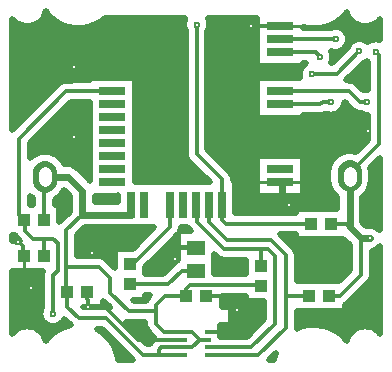
<source format=gbr>
G04 DipTrace 3.2.0.1*
G04 Âåðõíèé.gbr*
%MOIN*%
G04 #@! TF.FileFunction,Copper,L1,Top*
G04 #@! TF.Part,Single*
%AMOUTLINE3*
4,1,16,
-0.041319,-0.011881,
-0.037196,-0.02981,
-0.025701,-0.044175,
-0.009112,-0.052129,
0.009286,-0.052097,
0.025848,-0.044088,
0.037294,-0.029685,
0.041358,-0.011741,
0.041319,0.011881,
0.037196,0.02981,
0.025701,0.044175,
0.009112,0.052129,
-0.009286,0.052097,
-0.025848,0.044088,
-0.037294,0.029685,
-0.041358,0.011741,
-0.041319,-0.011881,
0*%
%ADD15C,0.011811*%
%ADD30C,0.043307*%
G04 #@! TA.AperFunction,CopperBalancing*
%ADD10C,0.009843*%
G04 #@! TA.AperFunction,ViaPad*
%ADD16C,0.023622*%
G04 #@! TA.AperFunction,Conductor*
%ADD17C,0.015748*%
G04 #@! TA.AperFunction,CopperBalancing*
%ADD18C,0.019685*%
%ADD20R,0.043307X0.03937*%
%ADD21R,0.03937X0.043307*%
%ADD23R,0.059055X0.051181*%
%ADD24R,0.027559X0.090551*%
%ADD25R,0.090551X0.027559*%
%ADD27R,0.019685X0.01378*%
G04 #@! TA.AperFunction,ComponentPad*
%ADD51OUTLINE3*%
%FSLAX26Y26*%
G04*
G70*
G90*
G75*
G01*
G04 Top*
%LPD*%
X-70953Y-275587D2*
D15*
Y-245198D1*
X-60950Y-235196D1*
X-732D1*
Y-239613D1*
X40354Y-519083D2*
X101386D1*
X133542Y-486927D1*
Y-445369D1*
X134858D1*
X32358Y-400140D2*
X103597D1*
X132877Y-429420D1*
Y-445369D1*
X-40354Y-544673D2*
X-193312D1*
X-303748Y-434238D1*
X-361773D1*
X-362551Y-384189D1*
X572268Y150862D2*
D17*
X513654D1*
X415593Y52802D1*
Y-29026D1*
X348434Y-96185D1*
X308379D1*
D16*
X284178Y-71984D1*
Y-19685D1*
D17*
X279528D1*
X308764Y-95143D2*
D15*
X308379Y-96185D1*
X279528Y500000D2*
X184039D1*
X183711Y499672D1*
X-593178Y-218672D2*
X-591433D1*
X-577243Y-232862D1*
Y-264928D1*
X-575685Y-266486D1*
X-279528Y283465D2*
X-433302D1*
X-590583Y126184D1*
Y-128911D1*
X-575299Y-144194D1*
X-508756Y-266486D2*
Y-208273D1*
X-544852D1*
X-570601Y-182524D1*
Y-148892D1*
X-575299Y-144194D1*
X-477537Y-457311D2*
Y-329789D1*
X-462238Y-314490D1*
Y-223294D1*
X-477259Y-208273D1*
X-508756D1*
X-216535Y-94488D2*
D16*
Y-127804D1*
X-380333D1*
Y-48385D1*
X-427867Y-850D1*
X-504505D1*
X-429480Y-384189D2*
D15*
X-432584D1*
Y-301727D1*
Y-180055D1*
X-380333Y-127804D1*
X-40354Y-570264D2*
X-14306D1*
X11285Y-544673D1*
X40354D1*
X-40354Y-570264D2*
X-116686D1*
X-124012Y-577589D1*
Y-595039D1*
X-177528D1*
X-299887Y-472680D1*
X-391217D1*
X-429480Y-434416D1*
Y-384189D1*
X-40354Y-595854D2*
X-124012Y-595039D1*
X-40354Y-519083D2*
X-14306D1*
X11285Y-544673D1*
X-40354Y-519083D2*
X-107230D1*
X-134895Y-491417D1*
Y-450328D1*
Y-429647D1*
X-105388Y-400140D1*
X-34571D1*
X-508370Y-144194D2*
Y-4715D1*
X-504505Y-850D1*
X-134895Y-450328D2*
X-224055D1*
X-286503Y-387881D1*
Y-339493D1*
X-324269Y-301727D1*
X-432584D1*
X-34571Y-400140D2*
Y-374919D1*
X-21488Y-361836D1*
X212529D1*
X215245Y-364552D1*
X40354Y-570264D2*
X184133D1*
X262860Y-491537D1*
Y-266148D1*
X237996Y-241285D1*
X215245D1*
X91992D1*
X3823Y-153115D1*
Y-98311D1*
X0Y-94488D1*
X215245Y-297623D2*
Y-241285D1*
X40354Y-595854D2*
X206823D1*
X298265Y-504412D1*
Y-399163D1*
Y-263009D1*
X247839Y-212583D1*
X102996D1*
X42915Y-152501D1*
Y-94881D1*
X43307Y-94488D1*
X375454Y-399163D2*
X298265D1*
X279528Y456693D2*
X464217D1*
X464702Y457178D1*
X279528Y413386D2*
X397638D1*
X412482Y398542D1*
X387335Y340329D2*
X467867D1*
X543993Y416455D1*
X279528Y240157D2*
X413441D1*
X421241Y247958D1*
X450117D1*
X568100Y247785D2*
X545531D1*
X509852Y283465D1*
X279528D1*
X598517Y414692D2*
X600484D1*
X609394Y405782D1*
Y107887D1*
X499934Y-1572D1*
X511240D1*
Y852D1*
X450291Y-157122D2*
X499824D1*
X511240Y-168538D1*
D16*
Y852D1*
X580026Y-206403D2*
X549105D1*
X511240Y-168538D1*
X549105Y-206403D2*
D15*
Y-328675D1*
X478512Y-399268D1*
X442488D1*
X442383Y-399163D1*
X383362Y-157122D2*
X99924D1*
X86614Y-143812D1*
Y-94488D1*
Y-9720D1*
X906Y75988D1*
Y506182D1*
X-220472Y-293307D2*
X-212146D1*
X-88248Y-169409D1*
Y-96122D1*
X-86614Y-94488D1*
X-732Y-314416D2*
X-48888D1*
X-94709Y-360236D1*
X-220472D1*
D16*
X906Y506182D3*
X464702Y457178D3*
X543993Y416455D3*
X598517Y414692D3*
X412482Y398542D3*
X387335Y340329D3*
X450117Y247958D3*
X568100Y247785D3*
X572268Y150862D3*
X308764Y-95143D3*
X-593178Y-218672D3*
X-477537Y-457311D3*
X-70953Y-275587D3*
X-361773Y-434238D3*
X134858Y-445369D3*
X-408186Y364665D3*
X-347710Y-254899D3*
X-549874Y-372395D3*
X-406459Y132150D3*
X183711Y499672D3*
X580026Y-206403D3*
X-504492Y534896D2*
D18*
X-490559D1*
X492836D2*
X504528D1*
X-519635Y515343D2*
X-466482D1*
X-319331D2*
X-42186D1*
X43997D2*
X201970D1*
X467969D2*
X519617D1*
X-611176Y495789D2*
X-412655D1*
X-375740D2*
X-41899D1*
X43710D2*
X201970D1*
X418377D2*
X445874D1*
X483507D2*
X610798D1*
X-611140Y476235D2*
X-37270D1*
X39081D2*
X201970D1*
X504248D2*
X610798D1*
X-611140Y456681D2*
X-37270D1*
X39081D2*
X201970D1*
X508804D2*
X529521D1*
X558469D2*
X593143D1*
X603862D2*
X610773D1*
X-611140Y437127D2*
X-37270D1*
X39081D2*
X201970D1*
X-611105Y417573D2*
X-37270D1*
X39081D2*
X201970D1*
X481030D2*
X491913D1*
X-611105Y398020D2*
X-37270D1*
X39081D2*
X201970D1*
X456558D2*
X472357D1*
X-611105Y378466D2*
X-37270D1*
X39081D2*
X201970D1*
X564175D2*
X571218D1*
X-611105Y358912D2*
X-37270D1*
X39081D2*
X347551D1*
X539630D2*
X571218D1*
X-611068Y339358D2*
X-37270D1*
X39081D2*
X343245D1*
X520072D2*
X571218D1*
X-611068Y319804D2*
X-357070D1*
X-201953D2*
X-37270D1*
X39081D2*
X201970D1*
X500551D2*
X571218D1*
X-611068Y300251D2*
X-469710D1*
X-201953D2*
X-37270D1*
X39081D2*
X201970D1*
X546268D2*
X571218D1*
X-611033Y280697D2*
X-489268D1*
X-201953D2*
X-37270D1*
X39081D2*
X201970D1*
X-611033Y261143D2*
X-508824D1*
X-201953D2*
X-37270D1*
X39081D2*
X201970D1*
X-611033Y241589D2*
X-528381D1*
X-421995D2*
X-357070D1*
X-201953D2*
X-37270D1*
X39081D2*
X201970D1*
X-610997Y222035D2*
X-547938D1*
X-441551D2*
X-357070D1*
X-201953D2*
X-37270D1*
X39081D2*
X201970D1*
X485301D2*
X518073D1*
X-610997Y202482D2*
X-567459D1*
X-461109D2*
X-357070D1*
X-201953D2*
X-37270D1*
X39081D2*
X201970D1*
X357087D2*
X571218D1*
X-610997Y182928D2*
X-587016D1*
X-480630D2*
X-357070D1*
X-201953D2*
X-37270D1*
X39081D2*
X571218D1*
X-500186Y163374D2*
X-357070D1*
X-201953D2*
X-37270D1*
X39081D2*
X571218D1*
X-519743Y143820D2*
X-357070D1*
X-201953D2*
X-37270D1*
X39081D2*
X571218D1*
X-539301Y124266D2*
X-357070D1*
X-201953D2*
X-37270D1*
X39081D2*
X571218D1*
X-552398Y104713D2*
X-357070D1*
X-201953D2*
X-37270D1*
X39081D2*
X553025D1*
X-552398Y85159D2*
X-357070D1*
X-201953D2*
X-37270D1*
X44930D2*
X533467D1*
X-456264Y65605D2*
X-357070D1*
X-201953D2*
X-35762D1*
X64487D2*
X201970D1*
X357087D2*
X461232D1*
X-440295Y46051D2*
X-357070D1*
X-201953D2*
X-22343D1*
X84043D2*
X201970D1*
X357087D2*
X445946D1*
X600740D2*
X610762D1*
X-393682Y26497D2*
X-357070D1*
X-201953D2*
X-2786D1*
X103601D2*
X201970D1*
X357087D2*
X439990D1*
X582475D2*
X610762D1*
X-374126Y6944D2*
X-357070D1*
X-201953D2*
X16772D1*
X120753D2*
X201970D1*
X357087D2*
X437621D1*
X584844D2*
X610762D1*
X-201953Y-12610D2*
X36328D1*
X124808D2*
X201970D1*
X357087D2*
X437693D1*
X584844D2*
X610762D1*
X132667Y-32164D2*
X201970D1*
X357087D2*
X441711D1*
X580824D2*
X610762D1*
X132667Y-51718D2*
X201970D1*
X357087D2*
X451472D1*
X571029D2*
X610762D1*
X-461682Y-71272D2*
X-424425D1*
X-336232D2*
X-262587D1*
X132667D2*
X467154D1*
X555346D2*
X610762D1*
X-470188Y-90825D2*
X-424425D1*
X132667D2*
X467154D1*
X555346D2*
X610762D1*
X-454434Y-110379D2*
X-424425D1*
X132667D2*
X329430D1*
X555346D2*
X610762D1*
X-454434Y-129933D2*
X-435656D1*
X555346D2*
X610762D1*
X555346Y-149487D2*
X610762D1*
X601458Y-169041D2*
X610723D1*
X-387941Y-188594D2*
X-160640D1*
X-610782Y-208148D2*
X-598197D1*
X-394400D2*
X-180161D1*
X-73811D2*
X-62533D1*
X296587D2*
X489294D1*
X-394400Y-227702D2*
X-199718D1*
X-93332D2*
X-62533D1*
X316143D2*
X508852D1*
X-394400Y-247256D2*
X-272455D1*
X-112888D2*
X-62533D1*
X332865D2*
X510933D1*
X592272D2*
X610762D1*
X-312656Y-266810D2*
X-272455D1*
X-132445D2*
X-62533D1*
X336453D2*
X510933D1*
X587283D2*
X610762D1*
X-286424Y-286364D2*
X-272455D1*
X-152003D2*
X-73765D1*
X61077D2*
X163286D1*
X336453D2*
X510933D1*
X587283D2*
X610762D1*
X-168509Y-305917D2*
X-93572D1*
X61077D2*
X163286D1*
X336453D2*
X510933D1*
X587283D2*
X610762D1*
X-610710Y-325471D2*
X-515463D1*
X61077D2*
X163286D1*
X336453D2*
X499126D1*
X587283D2*
X610727D1*
X-610675Y-345025D2*
X-515714D1*
X336453D2*
X479570D1*
X583408D2*
X610727D1*
X-610675Y-364579D2*
X-515714D1*
X566399D2*
X610727D1*
X-610675Y-384133D2*
X-515714D1*
X546843D2*
X610727D1*
X-610675Y-403686D2*
X-515714D1*
X-168509D2*
X-162148D1*
X86304D2*
X163286D1*
X527285D2*
X610727D1*
X-610638Y-423240D2*
X-515714D1*
X86304D2*
X224684D1*
X507728D2*
X610727D1*
X-610638Y-442794D2*
X-519051D1*
X118709D2*
X224684D1*
X496318D2*
X610727D1*
X-610638Y-462348D2*
X-521312D1*
X118744D2*
X224684D1*
X336453D2*
X610727D1*
X-610602Y-481902D2*
X-513705D1*
X-441373D2*
X-435180D1*
X118744D2*
X219302D1*
X336453D2*
X610727D1*
X-610602Y-501455D2*
X-579014D1*
X-546944D2*
X-440322D1*
X-217921D2*
X-171656D1*
X82465D2*
X199745D1*
X336453D2*
X350818D1*
X438257D2*
X546961D1*
X579030D2*
X610727D1*
X-513894Y-521009D2*
X-475883D1*
X-198365D2*
X-158487D1*
X82465D2*
X180188D1*
X474715D2*
X513875D1*
X-178807Y-540563D2*
X-139396D1*
X-276126Y-560117D2*
X-265638D1*
X-266580Y-579671D2*
X-246080D1*
X-260588Y-599224D2*
X-226524D1*
X-511223Y-316486D2*
X-612673D1*
X-612558Y-523919D1*
X-607627Y-518357D1*
X-600094Y-511924D1*
X-591650Y-506749D1*
X-582499Y-502958D1*
X-572866Y-500646D1*
X-562992Y-499869D1*
X-553118Y-500646D1*
X-543486Y-502958D1*
X-534335Y-506749D1*
X-525890Y-511924D1*
X-518357Y-518357D1*
X-511924Y-525890D1*
X-506749Y-534335D1*
X-502958Y-543486D1*
X-501671Y-548051D1*
X-494648Y-538039D1*
X-467676Y-515933D1*
X-441587Y-503045D1*
X-436752Y-500852D1*
X-418097Y-497054D1*
X-439589Y-475531D1*
X-441618Y-479322D1*
X-445504Y-484669D1*
X-450178Y-489344D1*
X-455526Y-493230D1*
X-461416Y-496231D1*
X-467702Y-498273D1*
X-474231Y-499307D1*
X-480843D1*
X-487371Y-498273D1*
X-493657Y-496231D1*
X-499547Y-493230D1*
X-504895Y-489344D1*
X-509570Y-484669D1*
X-513455Y-479322D1*
X-516457Y-473432D1*
X-518499Y-467146D1*
X-519533Y-460617D1*
Y-454005D1*
X-518499Y-447476D1*
X-516457Y-441190D1*
X-513752Y-435831D1*
X-513646Y-326948D1*
X-512756Y-321333D1*
X-511980Y-318585D1*
X-612732Y-216486D2*
X-587858D1*
X-598143Y-206047D1*
X-601484Y-201449D1*
X-604068Y-196374D1*
X-606008Y-194194D1*
X-612718D1*
X-612731Y-216463D1*
X-170472Y-396436D2*
Y-412205D1*
X-210986D1*
X-205682Y-414108D1*
X-167609D1*
X-164198Y-408357D1*
X-160507Y-404035D1*
X-152920Y-396449D1*
X-170461Y-396457D1*
X-261286Y-241339D2*
X-211371D1*
X-140144Y-170081D1*
X-271654Y-169930D1*
X-371232D1*
X-396360Y-195055D1*
X-396364Y-265495D1*
X-321427Y-265618D1*
X-315814Y-266508D1*
X-310408Y-268264D1*
X-305344Y-270844D1*
X-300745Y-274185D1*
X-270466Y-304306D1*
X-270472Y-241339D1*
X-261286D1*
X-170472Y-302881D2*
Y-323980D1*
X-109698Y-324016D1*
X-72412Y-286874D1*
X-67814Y-283533D1*
X-62739Y-280949D1*
X-60575Y-278983D1*
X-60706Y-192933D1*
X-95115Y-227500D1*
X-170450Y-302835D1*
X-310583Y-415022D2*
Y-434189D1*
X-378483D1*
X-376236Y-436437D1*
X-297046Y-436571D1*
X-291432Y-437461D1*
X-288684Y-438236D1*
X-288642Y-436966D1*
X-310573Y-415034D1*
X84327Y-398060D2*
Y-433887D1*
X108465Y-434012D1*
X111394Y-434963D1*
X113885Y-436774D1*
X115696Y-439265D1*
X116647Y-442194D1*
X116768Y-471293D1*
X116647Y-488218D1*
X115696Y-491147D1*
X113885Y-493638D1*
X111394Y-495449D1*
X108465Y-496400D1*
X80479Y-496521D1*
X80512Y-534046D1*
X169143Y-534043D1*
X226650Y-476522D1*
X226639Y-416504D1*
X165245Y-416521D1*
Y-398041D1*
X84315Y-398056D1*
X-54970Y-183707D2*
X-16803D1*
X-23719Y-176639D1*
X-27066Y-172031D1*
X-29396Y-170079D1*
X-52029D1*
X-52474Y-175076D1*
X-53801Y-180602D1*
X-54789Y-183281D1*
X59110Y-259623D2*
Y-325651D1*
X165217Y-325615D1*
X165245Y-277501D1*
X89151Y-277394D1*
X83537Y-276505D1*
X78131Y-274748D1*
X73067Y-272168D1*
X68469Y-268828D1*
X59098Y-259614D1*
X-501299Y549832D2*
X-502958Y543486D1*
X-506749Y534335D1*
X-511924Y525890D1*
X-518357Y518357D1*
X-525890Y511924D1*
X-534335Y506749D1*
X-543486Y502958D1*
X-553118Y500646D1*
X-562992Y499869D1*
X-572866Y500646D1*
X-582499Y502958D1*
X-591650Y506749D1*
X-600094Y511924D1*
X-607627Y518357D1*
X-613161Y524749D1*
X-612942Y155081D1*
X-456825Y311007D1*
X-452227Y314348D1*
X-447163Y316928D1*
X-441757Y318685D1*
X-436143Y319573D1*
X-387370Y319685D1*
X-355110D1*
X-355118Y327559D1*
X-203937D1*
Y109449D1*
Y-18900D1*
X44566Y-18898D1*
X-26636Y52465D1*
X-29978Y57063D1*
X-32558Y62127D1*
X-34315Y67533D1*
X-35203Y73147D1*
X-35315Y121920D1*
Y484673D1*
X-38014Y490062D1*
X-40056Y496348D1*
X-41091Y502877D1*
Y509488D1*
X-40056Y516017D1*
X-38014Y522303D1*
X-36004Y526424D1*
X-303665Y526293D1*
X-320990Y515529D1*
X-335257Y507298D1*
X-359399Y498760D1*
X-381768Y495218D1*
X-405345Y494766D1*
X-427232Y498983D1*
X-446192Y505610D1*
X-463354Y514495D1*
X-478825Y525820D1*
X-493274Y539440D1*
X-501273Y549791D1*
X612777Y524262D2*
X607627Y518357D1*
X600094Y511924D1*
X591650Y506749D1*
X582499Y502958D1*
X572866Y500646D1*
X562992Y499869D1*
X553118Y500646D1*
X543486Y502958D1*
X534335Y506749D1*
X525890Y511924D1*
X518357Y518357D1*
X511924Y525890D1*
X506749Y534335D1*
X502958Y543486D1*
X501601Y548314D1*
X488295Y531936D1*
X461882Y512378D1*
X433407Y498967D1*
X405888Y493974D1*
X373685Y493471D1*
X355597Y497816D1*
X355118Y496325D1*
Y492916D1*
X442692Y493097D1*
X448581Y496098D1*
X454867Y498140D1*
X461396Y499175D1*
X468008D1*
X474537Y498140D1*
X480823Y496098D1*
X486713Y493097D1*
X492060Y489211D1*
X496735Y484537D1*
X500621Y479189D1*
X503622Y473299D1*
X505664Y467013D1*
X506698Y460484D1*
Y453873D1*
X505664Y447344D1*
X503622Y441058D1*
X500621Y435168D1*
X496735Y429820D1*
X492060Y425146D1*
X486713Y421260D1*
X480823Y418259D1*
X474537Y416217D1*
X468008Y415182D1*
X461396D1*
X454867Y416217D1*
X450016Y417667D1*
X452546Y411559D1*
X454089Y405133D1*
X454608Y398542D1*
X454089Y391951D1*
X452546Y385525D1*
X450016Y379417D1*
X448407Y376542D1*
X452895Y376550D1*
X503178Y426864D1*
X505073Y432576D1*
X508075Y438466D1*
X511961Y443814D1*
X516635Y448488D1*
X521983Y452374D1*
X527873Y455375D1*
X534159Y457417D1*
X540688Y458451D1*
X547299D1*
X553828Y457417D1*
X560114Y455375D1*
X566004Y452374D1*
X571352Y448488D1*
X572273Y447638D1*
X576507Y450610D1*
X582396Y453612D1*
X588682Y455654D1*
X595211Y456688D1*
X601823D1*
X608352Y455654D1*
X612759Y454304D1*
X612766Y524198D1*
X501526Y-548693D2*
X502958Y-543486D1*
X506749Y-534335D1*
X511924Y-525890D1*
X518357Y-518357D1*
X525890Y-511924D1*
X534335Y-506749D1*
X543486Y-502958D1*
X553118Y-500646D1*
X562992Y-499869D1*
X572866Y-500646D1*
X582499Y-502958D1*
X591650Y-506749D1*
X600094Y-511924D1*
X607627Y-518357D1*
X612706Y-524171D1*
X612718Y-232958D1*
X607385Y-238436D1*
X602037Y-242322D1*
X596147Y-245323D1*
X589861Y-247365D1*
X586604Y-248012D1*
X585325Y-252335D1*
X585214Y-331517D1*
X584324Y-337130D1*
X582568Y-342535D1*
X579988Y-347600D1*
X576647Y-352198D1*
X542238Y-386765D1*
X502035Y-426810D1*
X497437Y-430151D1*
X494946Y-431546D1*
X494352Y-441028D1*
Y-449164D1*
X334518D1*
X334373Y-507265D1*
X339572Y-506562D1*
X346262Y-503348D1*
X371915Y-496148D1*
X395217Y-494605D1*
X420987Y-497117D1*
X439059Y-502402D1*
X466310Y-515941D1*
X484287Y-530102D1*
X497287Y-542232D1*
X501512Y-548667D1*
X-554345Y-94194D2*
X-544585D1*
X-544591Y-71744D1*
X-549332Y-68546D1*
X-552782Y-65257D1*
X-554362Y-66730D1*
Y-94181D1*
X-472171Y-94194D2*
X-456402D1*
Y-152650D1*
X-422459Y-118618D1*
Y-65832D1*
X-441559Y-46734D1*
X-454924Y-63799D1*
X-458167Y-67280D1*
X-461915Y-70210D1*
X-463957Y-71450D1*
X-472150Y-78206D1*
Y-94175D1*
X407509Y-107122D2*
X469122D1*
X469114Y-68816D1*
X464627Y-65270D1*
X456130Y-55091D1*
X448962Y-45983D1*
X446608Y-41849D1*
X444927Y-37390D1*
X439936Y-15484D1*
X439591Y-1894D1*
X439656Y14921D1*
X442345Y28249D1*
X445546Y41140D1*
X447555Y45453D1*
X450213Y49398D1*
X463213Y65605D1*
X466718Y68820D1*
X470692Y71451D1*
X490938Y81192D1*
X495492Y82567D1*
X500214Y83214D1*
X522678Y83206D1*
X527378Y82470D1*
X529678Y81824D1*
X532785Y82501D1*
X573154Y122871D1*
X573173Y205958D1*
X568100Y205659D1*
X561509Y206177D1*
X555083Y207720D1*
X548975Y210251D1*
X546619Y211570D1*
X539865Y212010D1*
X534339Y213337D1*
X529088Y215512D1*
X524241Y218482D1*
X519920Y222173D1*
X494825Y247268D1*
X492113Y244652D1*
X491079Y238123D1*
X489037Y231837D1*
X486035Y225948D1*
X482150Y220600D1*
X477475Y215925D1*
X472127Y212039D1*
X466238Y209038D1*
X459951Y206996D1*
X453423Y205962D1*
X446811D1*
X440282Y206996D1*
X433996Y209038D1*
X432835Y209575D1*
X427302Y206694D1*
X421896Y204937D1*
X416282Y204049D1*
X367509Y203937D1*
X355129D1*
X355118Y196063D1*
X203937D1*
Y327559D1*
X347223D1*
X345727Y333739D1*
X345209Y340329D1*
X345727Y346920D1*
X347270Y353346D1*
X349801Y359454D1*
X353255Y365091D1*
X357547Y370117D1*
X362573Y374409D1*
X366958Y377163D1*
X355115Y377165D1*
X355118Y369291D1*
X203937D1*
Y526547D1*
X37857Y526466D1*
X40970Y519199D1*
X42513Y512773D1*
X43031Y506182D1*
X42513Y499592D1*
X40970Y493165D1*
X38440Y487058D1*
X37121Y484702D1*
X37126Y90966D1*
X114156Y13803D1*
X117497Y9205D1*
X120077Y4140D1*
X121835Y-1265D1*
X122723Y-6879D1*
X122835Y-9731D1*
X125197Y-18898D1*
X130709D1*
Y-120916D1*
X331413Y-120902D1*
X331394Y-107122D1*
X407509D1*
X490239Y-207122D2*
X331394D1*
Y-193307D1*
X279946Y-193467D1*
X325807Y-239487D1*
X329148Y-244084D1*
X331728Y-249148D1*
X333484Y-254554D1*
X334374Y-260168D1*
X334486Y-308941D1*
Y-349168D1*
X477362Y-349164D1*
X512909Y-313647D1*
X512822Y-229694D1*
X490264Y-207138D1*
X570185Y383503D2*
X566004Y380537D1*
X560114Y377535D1*
X554412Y375659D1*
X498432Y319669D1*
X512693Y319573D1*
X518307Y318685D1*
X523713Y316928D1*
X528777Y314348D1*
X533375Y311007D1*
X556295Y288244D1*
X561509Y289392D1*
X568100Y289911D1*
X573163Y289573D1*
X573173Y381073D1*
X570238Y383509D1*
X355118Y-20467D2*
Y-63780D1*
X203937D1*
Y67717D1*
X355118D1*
X355083Y-20472D1*
X-260598Y-63780D2*
X-338180D1*
X-338207Y-85668D1*
X-260660Y-85678D1*
X-260630Y-63755D1*
X-355118Y-14008D2*
Y154331D1*
Y247269D1*
X-418291Y247244D1*
X-554377Y111165D1*
X-554362Y61772D1*
X-550844Y65579D1*
X-547096Y68509D1*
X-535281Y74528D1*
X-524807Y79490D1*
X-520253Y80865D1*
X-515531Y81512D1*
X-493067Y81504D1*
X-488367Y80768D1*
X-483832Y79302D1*
X-464185Y69881D1*
X-460210Y67266D1*
X-456694Y64063D1*
X-442227Y45984D1*
X-439869Y41843D1*
X-424562Y41146D1*
X-418033Y40112D1*
X-411747Y38070D1*
X-405857Y35068D1*
X-400509Y31182D1*
X-372097Y2954D1*
X-355122Y-14021D1*
X572245Y-47723D2*
X559268Y-63902D1*
X555762Y-67117D1*
X553823Y-68513D1*
X553366Y-72639D1*
Y-151118D1*
X566579Y-164302D1*
X583332Y-164407D1*
X589861Y-165441D1*
X596147Y-167483D1*
X602037Y-170484D1*
X607385Y-174370D1*
X612067Y-179054D1*
X612722Y-171417D1*
X612736Y60000D1*
X580274Y27543D1*
X582545Y17188D1*
X582890Y3597D1*
X582824Y-13218D1*
X580135Y-26546D1*
X577484Y-37829D1*
X575720Y-42247D1*
X573281Y-46343D1*
X-149606Y-551961D2*
X-140210Y-542722D1*
X-137967Y-540954D1*
X-139337Y-538198D1*
X-162437Y-514941D1*
X-165778Y-510343D1*
X-168358Y-505278D1*
X-170115Y-499873D1*
X-171004Y-494259D1*
X-171115Y-486573D1*
X-226898Y-486437D1*
X-232510Y-485549D1*
X-235259Y-484773D1*
X-235301Y-486042D1*
X-162503Y-558840D1*
X-154895Y-558664D1*
X-151554Y-554066D1*
X-149615Y-551970D1*
X-211386Y-612404D2*
X-314912Y-508879D1*
X-330999Y-508900D1*
X-307030Y-524740D1*
X-286328Y-546539D1*
X-275434Y-564647D1*
X-266486Y-584531D1*
X-261159Y-605353D1*
X-259854Y-612360D1*
X-211438Y-612386D1*
X265339Y-588562D2*
X241234Y-612667D1*
X259865Y-612659D1*
X262045Y-599031D1*
X265362Y-588526D1*
X-575685Y-266486D2*
D10*
Y-316450D1*
X-362551Y-384189D2*
Y-434154D1*
X32358Y-400140D2*
X84291D1*
X-60539Y-239613D2*
X-732D1*
X279528Y-19685D2*
Y-63744D1*
X203972Y-19685D2*
X355083D1*
X203972Y500000D2*
X355083D1*
X40354Y-519083D2*
X80476D1*
D20*
X-508756Y-266486D3*
X-575685D3*
D21*
X-220472Y-360236D3*
Y-293307D3*
D20*
X-429480Y-384189D3*
X-362551D3*
X32358Y-400140D3*
X-34571D3*
D23*
X-732Y-239613D3*
Y-314416D3*
D20*
X-508370Y-144194D3*
X-575299D3*
X450291Y-157122D3*
X383362D3*
D21*
X215245Y-297623D3*
Y-364552D3*
D20*
X375454Y-399163D3*
X442383D3*
D24*
X43307Y-94488D3*
X0D3*
X86614D3*
D25*
X279528Y-19685D3*
Y23622D3*
Y240157D3*
Y283465D3*
Y413386D3*
Y456693D3*
Y500000D3*
X-279528Y-19685D3*
Y23622D3*
Y66929D3*
Y110236D3*
Y153543D3*
Y196850D3*
Y240157D3*
Y283465D3*
D24*
X-43307Y-94488D3*
X-86614D3*
X-173228D3*
X-216535D3*
D27*
X-40354Y-544673D3*
Y-570264D3*
X40354D3*
Y-544673D3*
X-40354Y-519083D3*
Y-595854D3*
X40354D3*
Y-519083D3*
D51*
X511240Y852D3*
X-504505Y-850D3*
G04 Top Clear*
%LPC*%
D15*
X906Y506182D3*
X464702Y457178D3*
X543993Y416455D3*
X598517Y414692D3*
X412482Y398542D3*
X387335Y340329D3*
X450117Y247958D3*
X568100Y247785D3*
X572268Y150862D3*
X308764Y-95143D3*
X-593178Y-218672D3*
X-477537Y-457311D3*
X-70953Y-275587D3*
X-361773Y-434238D3*
X134858Y-445369D3*
X-408186Y364665D3*
X-347710Y-254899D3*
X-549874Y-372395D3*
X-406459Y132150D3*
X183711Y499672D3*
X580026Y-206403D3*
X511220Y12663D2*
D30*
X511260Y-10959D1*
X-504525Y10961D2*
X-504485Y-12661D1*
M02*

</source>
